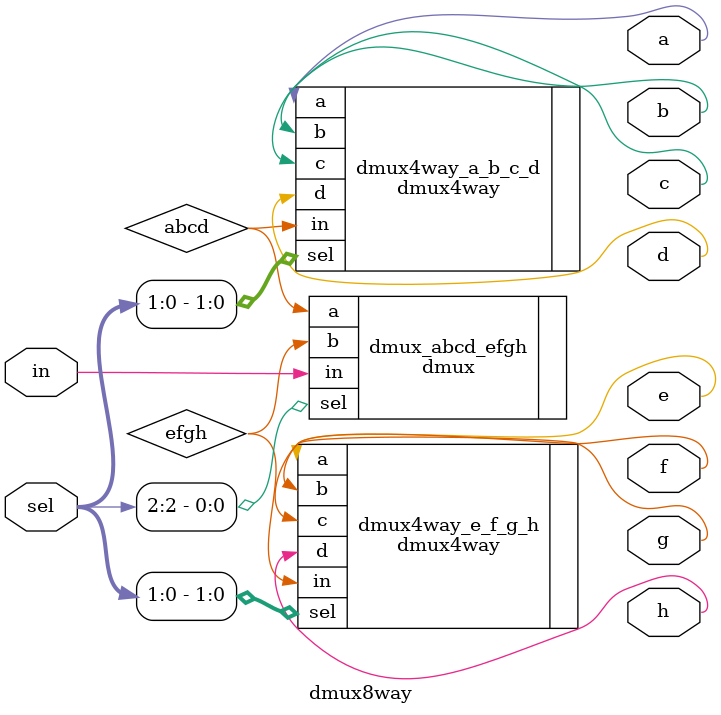
<source format=v>
module dmux8way
(
    input in,
    input [2:0] sel,
    output a,
    output b,
    output c,
    output d,
    output e,
    output f,
    output g,
    output h
);

wire abcd, efgh;

dmux dmux_abcd_efgh
(
    .in(in),
    .sel(sel[2]),
    .a(abcd),
    .b(efgh)
);

dmux4way dmux4way_a_b_c_d
(
    .in(abcd),
    .sel(sel[1:0]),
    .a(a),
    .b(b),
    .c(c),
    .d(d)
);

dmux4way dmux4way_e_f_g_h
(
    .in(efgh),
    .sel(sel[1:0]),
    .a(e),
    .b(f),
    .c(g),
    .d(h)
);

endmodule

</source>
